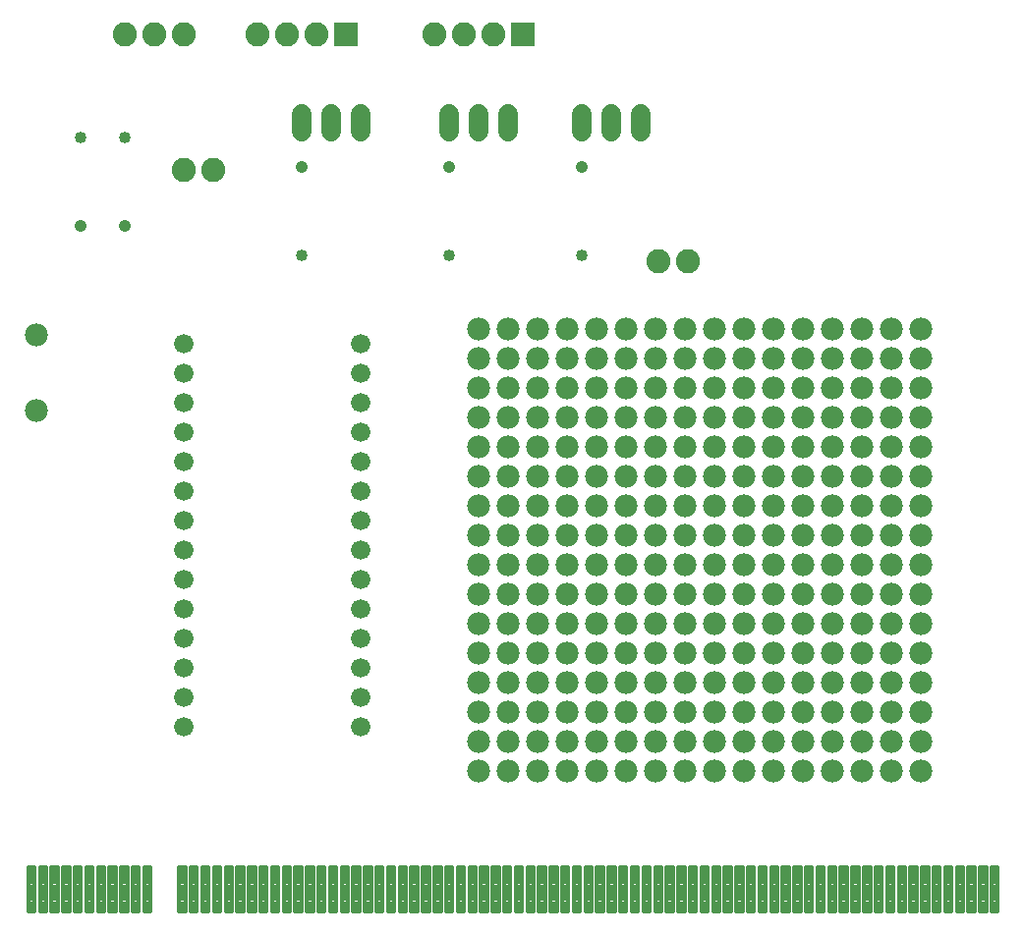
<source format=gts>
G75*
%MOIN*%
%OFA0B0*%
%FSLAX25Y25*%
%IPPOS*%
%LPD*%
%AMOC8*
5,1,8,0,0,1.08239X$1,22.5*
%
%ADD10C,0.08200*%
%ADD11R,0.08200X0.08200*%
%ADD12C,0.06800*%
%ADD13C,0.04000*%
%ADD14C,0.04123*%
%ADD15C,0.06600*%
%ADD16C,0.07800*%
%ADD17C,0.01422*%
D10*
X0252800Y0233000D03*
X0262800Y0233000D03*
X0196800Y0310000D03*
X0186800Y0310000D03*
X0176800Y0310000D03*
X0136800Y0310000D03*
X0126800Y0310000D03*
X0116800Y0310000D03*
X0091800Y0310000D03*
X0081800Y0310000D03*
X0071800Y0310000D03*
X0091800Y0264000D03*
X0101800Y0264000D03*
D11*
X0146800Y0310000D03*
X0206800Y0310000D03*
D12*
X0201800Y0283000D02*
X0201800Y0277000D01*
X0191800Y0277000D02*
X0191800Y0283000D01*
X0181800Y0283000D02*
X0181800Y0277000D01*
X0151800Y0277000D02*
X0151800Y0283000D01*
X0141800Y0283000D02*
X0141800Y0277000D01*
X0131800Y0277000D02*
X0131800Y0283000D01*
X0226800Y0283000D02*
X0226800Y0277000D01*
X0236800Y0277000D02*
X0236800Y0283000D01*
X0246800Y0283000D02*
X0246800Y0277000D01*
D13*
X0226800Y0235000D03*
X0181800Y0235000D03*
X0131800Y0235000D03*
X0071800Y0275000D03*
X0056800Y0275000D03*
D14*
X0056800Y0245000D03*
X0071800Y0245000D03*
X0131800Y0265000D03*
X0181800Y0265000D03*
X0226800Y0265000D03*
D15*
X0151800Y0205000D03*
X0151800Y0195000D03*
X0151800Y0185000D03*
X0151800Y0175000D03*
X0151800Y0165000D03*
X0151800Y0155000D03*
X0151800Y0145000D03*
X0151800Y0135000D03*
X0151800Y0125000D03*
X0151800Y0115000D03*
X0151800Y0105000D03*
X0151800Y0095000D03*
X0151800Y0085000D03*
X0151800Y0075000D03*
X0091800Y0075000D03*
X0091800Y0085000D03*
X0091800Y0095000D03*
X0091800Y0105000D03*
X0091800Y0115000D03*
X0091800Y0125000D03*
X0091800Y0135000D03*
X0091800Y0145000D03*
X0091800Y0155000D03*
X0091800Y0165000D03*
X0091800Y0175000D03*
X0091800Y0185000D03*
X0091800Y0195000D03*
X0091800Y0205000D03*
D16*
X0041800Y0207795D03*
X0041800Y0182205D03*
X0191800Y0180000D03*
X0201800Y0180000D03*
X0201800Y0170000D03*
X0191800Y0170000D03*
X0191800Y0160000D03*
X0201800Y0160000D03*
X0201800Y0150000D03*
X0191800Y0150000D03*
X0191800Y0140000D03*
X0191800Y0130000D03*
X0201800Y0130000D03*
X0201800Y0140000D03*
X0211800Y0140000D03*
X0211800Y0130000D03*
X0221800Y0130000D03*
X0221800Y0140000D03*
X0221800Y0150000D03*
X0211800Y0150000D03*
X0211800Y0160000D03*
X0221800Y0160000D03*
X0221800Y0170000D03*
X0211800Y0170000D03*
X0211800Y0180000D03*
X0221800Y0180000D03*
X0221800Y0190000D03*
X0211800Y0190000D03*
X0211800Y0200000D03*
X0221800Y0200000D03*
X0221800Y0210000D03*
X0211800Y0210000D03*
X0201800Y0210000D03*
X0191800Y0210000D03*
X0191800Y0200000D03*
X0201800Y0200000D03*
X0201800Y0190000D03*
X0191800Y0190000D03*
X0231800Y0190000D03*
X0231800Y0180000D03*
X0231800Y0170000D03*
X0231800Y0160000D03*
X0231800Y0150000D03*
X0231800Y0140000D03*
X0231800Y0130000D03*
X0231800Y0120000D03*
X0231800Y0110000D03*
X0231800Y0100000D03*
X0231800Y0090000D03*
X0231800Y0080000D03*
X0231800Y0070000D03*
X0231800Y0060000D03*
X0221800Y0060000D03*
X0211800Y0060000D03*
X0211800Y0070000D03*
X0221800Y0070000D03*
X0221800Y0080000D03*
X0211800Y0080000D03*
X0211800Y0090000D03*
X0221800Y0090000D03*
X0221800Y0100000D03*
X0211800Y0100000D03*
X0211800Y0110000D03*
X0221800Y0110000D03*
X0221800Y0120000D03*
X0211800Y0120000D03*
X0201800Y0120000D03*
X0191800Y0120000D03*
X0191800Y0110000D03*
X0201800Y0110000D03*
X0201800Y0100000D03*
X0191800Y0100000D03*
X0191800Y0090000D03*
X0201800Y0090000D03*
X0201800Y0080000D03*
X0191800Y0080000D03*
X0191800Y0070000D03*
X0201800Y0070000D03*
X0201800Y0060000D03*
X0191800Y0060000D03*
X0241800Y0060000D03*
X0251800Y0060000D03*
X0251800Y0070000D03*
X0241800Y0070000D03*
X0241800Y0080000D03*
X0251800Y0080000D03*
X0251800Y0090000D03*
X0241800Y0090000D03*
X0241800Y0100000D03*
X0251800Y0100000D03*
X0251800Y0110000D03*
X0241800Y0110000D03*
X0241800Y0120000D03*
X0251800Y0120000D03*
X0251800Y0130000D03*
X0251800Y0140000D03*
X0241800Y0140000D03*
X0241800Y0130000D03*
X0241800Y0150000D03*
X0251800Y0150000D03*
X0251800Y0160000D03*
X0241800Y0160000D03*
X0241800Y0170000D03*
X0251800Y0170000D03*
X0251800Y0180000D03*
X0241800Y0180000D03*
X0241800Y0190000D03*
X0251800Y0190000D03*
X0251800Y0200000D03*
X0241800Y0200000D03*
X0241800Y0210000D03*
X0251800Y0210000D03*
X0261800Y0210000D03*
X0271800Y0210000D03*
X0271800Y0200000D03*
X0261800Y0200000D03*
X0261800Y0190000D03*
X0271800Y0190000D03*
X0271800Y0180000D03*
X0261800Y0180000D03*
X0261800Y0170000D03*
X0271800Y0170000D03*
X0271800Y0160000D03*
X0261800Y0160000D03*
X0261800Y0150000D03*
X0271800Y0150000D03*
X0271800Y0140000D03*
X0271800Y0130000D03*
X0261800Y0130000D03*
X0261800Y0140000D03*
X0261800Y0120000D03*
X0271800Y0120000D03*
X0271800Y0110000D03*
X0261800Y0110000D03*
X0261800Y0100000D03*
X0271800Y0100000D03*
X0271800Y0090000D03*
X0261800Y0090000D03*
X0261800Y0080000D03*
X0271800Y0080000D03*
X0271800Y0070000D03*
X0261800Y0070000D03*
X0261800Y0060000D03*
X0271800Y0060000D03*
X0281800Y0060000D03*
X0281800Y0070000D03*
X0281800Y0080000D03*
X0281800Y0090000D03*
X0281800Y0100000D03*
X0281800Y0110000D03*
X0281800Y0120000D03*
X0281800Y0130000D03*
X0281800Y0140000D03*
X0281800Y0150000D03*
X0281800Y0160000D03*
X0281800Y0170000D03*
X0281800Y0180000D03*
X0281800Y0190000D03*
X0281800Y0200000D03*
X0281800Y0210000D03*
X0291800Y0210000D03*
X0301800Y0210000D03*
X0301800Y0200000D03*
X0291800Y0200000D03*
X0291800Y0190000D03*
X0301800Y0190000D03*
X0301800Y0180000D03*
X0291800Y0180000D03*
X0291800Y0170000D03*
X0301800Y0170000D03*
X0301800Y0160000D03*
X0291800Y0160000D03*
X0291800Y0150000D03*
X0301800Y0150000D03*
X0301800Y0140000D03*
X0301800Y0130000D03*
X0291800Y0130000D03*
X0291800Y0140000D03*
X0291800Y0120000D03*
X0301800Y0120000D03*
X0301800Y0110000D03*
X0291800Y0110000D03*
X0291800Y0100000D03*
X0301800Y0100000D03*
X0301800Y0090000D03*
X0291800Y0090000D03*
X0291800Y0080000D03*
X0301800Y0080000D03*
X0301800Y0070000D03*
X0291800Y0070000D03*
X0291800Y0060000D03*
X0301800Y0060000D03*
X0311800Y0060000D03*
X0321800Y0060000D03*
X0321800Y0070000D03*
X0311800Y0070000D03*
X0311800Y0080000D03*
X0321800Y0080000D03*
X0321800Y0090000D03*
X0311800Y0090000D03*
X0311800Y0100000D03*
X0321800Y0100000D03*
X0321800Y0110000D03*
X0311800Y0110000D03*
X0311800Y0120000D03*
X0321800Y0120000D03*
X0321800Y0130000D03*
X0321800Y0140000D03*
X0311800Y0140000D03*
X0311800Y0130000D03*
X0311800Y0150000D03*
X0321800Y0150000D03*
X0321800Y0160000D03*
X0311800Y0160000D03*
X0311800Y0170000D03*
X0321800Y0170000D03*
X0321800Y0180000D03*
X0311800Y0180000D03*
X0311800Y0190000D03*
X0321800Y0190000D03*
X0321800Y0200000D03*
X0311800Y0200000D03*
X0311800Y0210000D03*
X0321800Y0210000D03*
X0331800Y0210000D03*
X0331800Y0200000D03*
X0331800Y0190000D03*
X0331800Y0180000D03*
X0331800Y0170000D03*
X0331800Y0160000D03*
X0331800Y0150000D03*
X0331800Y0140000D03*
X0331800Y0130000D03*
X0331800Y0120000D03*
X0331800Y0110000D03*
X0331800Y0100000D03*
X0331800Y0090000D03*
X0331800Y0080000D03*
X0331800Y0070000D03*
X0331800Y0060000D03*
X0341800Y0060000D03*
X0341800Y0070000D03*
X0341800Y0080000D03*
X0341800Y0090000D03*
X0341800Y0100000D03*
X0341800Y0110000D03*
X0341800Y0120000D03*
X0341800Y0130000D03*
X0341800Y0140000D03*
X0341800Y0150000D03*
X0341800Y0160000D03*
X0341800Y0170000D03*
X0341800Y0180000D03*
X0341800Y0190000D03*
X0341800Y0200000D03*
X0341800Y0210000D03*
X0231800Y0210000D03*
X0231800Y0200000D03*
D17*
X0041332Y0027327D02*
X0041332Y0012201D01*
X0039198Y0012201D01*
X0039198Y0027327D01*
X0041332Y0027327D01*
X0041332Y0013622D02*
X0039198Y0013622D01*
X0039198Y0015043D02*
X0041332Y0015043D01*
X0041332Y0016464D02*
X0039198Y0016464D01*
X0039198Y0017885D02*
X0041332Y0017885D01*
X0041332Y0019306D02*
X0039198Y0019306D01*
X0039198Y0020727D02*
X0041332Y0020727D01*
X0041332Y0022148D02*
X0039198Y0022148D01*
X0039198Y0023569D02*
X0041332Y0023569D01*
X0041332Y0024990D02*
X0039198Y0024990D01*
X0039198Y0026411D02*
X0041332Y0026411D01*
X0045269Y0027327D02*
X0045269Y0012201D01*
X0043135Y0012201D01*
X0043135Y0027327D01*
X0045269Y0027327D01*
X0045269Y0013622D02*
X0043135Y0013622D01*
X0043135Y0015043D02*
X0045269Y0015043D01*
X0045269Y0016464D02*
X0043135Y0016464D01*
X0043135Y0017885D02*
X0045269Y0017885D01*
X0045269Y0019306D02*
X0043135Y0019306D01*
X0043135Y0020727D02*
X0045269Y0020727D01*
X0045269Y0022148D02*
X0043135Y0022148D01*
X0043135Y0023569D02*
X0045269Y0023569D01*
X0045269Y0024990D02*
X0043135Y0024990D01*
X0043135Y0026411D02*
X0045269Y0026411D01*
X0049206Y0027327D02*
X0049206Y0012201D01*
X0047072Y0012201D01*
X0047072Y0027327D01*
X0049206Y0027327D01*
X0049206Y0013622D02*
X0047072Y0013622D01*
X0047072Y0015043D02*
X0049206Y0015043D01*
X0049206Y0016464D02*
X0047072Y0016464D01*
X0047072Y0017885D02*
X0049206Y0017885D01*
X0049206Y0019306D02*
X0047072Y0019306D01*
X0047072Y0020727D02*
X0049206Y0020727D01*
X0049206Y0022148D02*
X0047072Y0022148D01*
X0047072Y0023569D02*
X0049206Y0023569D01*
X0049206Y0024990D02*
X0047072Y0024990D01*
X0047072Y0026411D02*
X0049206Y0026411D01*
X0053143Y0027327D02*
X0053143Y0012201D01*
X0051009Y0012201D01*
X0051009Y0027327D01*
X0053143Y0027327D01*
X0053143Y0013622D02*
X0051009Y0013622D01*
X0051009Y0015043D02*
X0053143Y0015043D01*
X0053143Y0016464D02*
X0051009Y0016464D01*
X0051009Y0017885D02*
X0053143Y0017885D01*
X0053143Y0019306D02*
X0051009Y0019306D01*
X0051009Y0020727D02*
X0053143Y0020727D01*
X0053143Y0022148D02*
X0051009Y0022148D01*
X0051009Y0023569D02*
X0053143Y0023569D01*
X0053143Y0024990D02*
X0051009Y0024990D01*
X0051009Y0026411D02*
X0053143Y0026411D01*
X0057080Y0027327D02*
X0057080Y0012201D01*
X0054946Y0012201D01*
X0054946Y0027327D01*
X0057080Y0027327D01*
X0057080Y0013622D02*
X0054946Y0013622D01*
X0054946Y0015043D02*
X0057080Y0015043D01*
X0057080Y0016464D02*
X0054946Y0016464D01*
X0054946Y0017885D02*
X0057080Y0017885D01*
X0057080Y0019306D02*
X0054946Y0019306D01*
X0054946Y0020727D02*
X0057080Y0020727D01*
X0057080Y0022148D02*
X0054946Y0022148D01*
X0054946Y0023569D02*
X0057080Y0023569D01*
X0057080Y0024990D02*
X0054946Y0024990D01*
X0054946Y0026411D02*
X0057080Y0026411D01*
X0061017Y0027327D02*
X0061017Y0012201D01*
X0058883Y0012201D01*
X0058883Y0027327D01*
X0061017Y0027327D01*
X0061017Y0013622D02*
X0058883Y0013622D01*
X0058883Y0015043D02*
X0061017Y0015043D01*
X0061017Y0016464D02*
X0058883Y0016464D01*
X0058883Y0017885D02*
X0061017Y0017885D01*
X0061017Y0019306D02*
X0058883Y0019306D01*
X0058883Y0020727D02*
X0061017Y0020727D01*
X0061017Y0022148D02*
X0058883Y0022148D01*
X0058883Y0023569D02*
X0061017Y0023569D01*
X0061017Y0024990D02*
X0058883Y0024990D01*
X0058883Y0026411D02*
X0061017Y0026411D01*
X0064954Y0027327D02*
X0064954Y0012201D01*
X0062820Y0012201D01*
X0062820Y0027327D01*
X0064954Y0027327D01*
X0064954Y0013622D02*
X0062820Y0013622D01*
X0062820Y0015043D02*
X0064954Y0015043D01*
X0064954Y0016464D02*
X0062820Y0016464D01*
X0062820Y0017885D02*
X0064954Y0017885D01*
X0064954Y0019306D02*
X0062820Y0019306D01*
X0062820Y0020727D02*
X0064954Y0020727D01*
X0064954Y0022148D02*
X0062820Y0022148D01*
X0062820Y0023569D02*
X0064954Y0023569D01*
X0064954Y0024990D02*
X0062820Y0024990D01*
X0062820Y0026411D02*
X0064954Y0026411D01*
X0068891Y0027327D02*
X0068891Y0012201D01*
X0066757Y0012201D01*
X0066757Y0027327D01*
X0068891Y0027327D01*
X0068891Y0013622D02*
X0066757Y0013622D01*
X0066757Y0015043D02*
X0068891Y0015043D01*
X0068891Y0016464D02*
X0066757Y0016464D01*
X0066757Y0017885D02*
X0068891Y0017885D01*
X0068891Y0019306D02*
X0066757Y0019306D01*
X0066757Y0020727D02*
X0068891Y0020727D01*
X0068891Y0022148D02*
X0066757Y0022148D01*
X0066757Y0023569D02*
X0068891Y0023569D01*
X0068891Y0024990D02*
X0066757Y0024990D01*
X0066757Y0026411D02*
X0068891Y0026411D01*
X0072828Y0027327D02*
X0072828Y0012201D01*
X0070694Y0012201D01*
X0070694Y0027327D01*
X0072828Y0027327D01*
X0072828Y0013622D02*
X0070694Y0013622D01*
X0070694Y0015043D02*
X0072828Y0015043D01*
X0072828Y0016464D02*
X0070694Y0016464D01*
X0070694Y0017885D02*
X0072828Y0017885D01*
X0072828Y0019306D02*
X0070694Y0019306D01*
X0070694Y0020727D02*
X0072828Y0020727D01*
X0072828Y0022148D02*
X0070694Y0022148D01*
X0070694Y0023569D02*
X0072828Y0023569D01*
X0072828Y0024990D02*
X0070694Y0024990D01*
X0070694Y0026411D02*
X0072828Y0026411D01*
X0076765Y0027327D02*
X0076765Y0012201D01*
X0074631Y0012201D01*
X0074631Y0027327D01*
X0076765Y0027327D01*
X0076765Y0013622D02*
X0074631Y0013622D01*
X0074631Y0015043D02*
X0076765Y0015043D01*
X0076765Y0016464D02*
X0074631Y0016464D01*
X0074631Y0017885D02*
X0076765Y0017885D01*
X0076765Y0019306D02*
X0074631Y0019306D01*
X0074631Y0020727D02*
X0076765Y0020727D01*
X0076765Y0022148D02*
X0074631Y0022148D01*
X0074631Y0023569D02*
X0076765Y0023569D01*
X0076765Y0024990D02*
X0074631Y0024990D01*
X0074631Y0026411D02*
X0076765Y0026411D01*
X0080702Y0027327D02*
X0080702Y0012201D01*
X0078568Y0012201D01*
X0078568Y0027327D01*
X0080702Y0027327D01*
X0080702Y0013622D02*
X0078568Y0013622D01*
X0078568Y0015043D02*
X0080702Y0015043D01*
X0080702Y0016464D02*
X0078568Y0016464D01*
X0078568Y0017885D02*
X0080702Y0017885D01*
X0080702Y0019306D02*
X0078568Y0019306D01*
X0078568Y0020727D02*
X0080702Y0020727D01*
X0080702Y0022148D02*
X0078568Y0022148D01*
X0078568Y0023569D02*
X0080702Y0023569D01*
X0080702Y0024990D02*
X0078568Y0024990D01*
X0078568Y0026411D02*
X0080702Y0026411D01*
X0092513Y0027327D02*
X0092513Y0012201D01*
X0090379Y0012201D01*
X0090379Y0027327D01*
X0092513Y0027327D01*
X0092513Y0013622D02*
X0090379Y0013622D01*
X0090379Y0015043D02*
X0092513Y0015043D01*
X0092513Y0016464D02*
X0090379Y0016464D01*
X0090379Y0017885D02*
X0092513Y0017885D01*
X0092513Y0019306D02*
X0090379Y0019306D01*
X0090379Y0020727D02*
X0092513Y0020727D01*
X0092513Y0022148D02*
X0090379Y0022148D01*
X0090379Y0023569D02*
X0092513Y0023569D01*
X0092513Y0024990D02*
X0090379Y0024990D01*
X0090379Y0026411D02*
X0092513Y0026411D01*
X0096450Y0027327D02*
X0096450Y0012201D01*
X0094316Y0012201D01*
X0094316Y0027327D01*
X0096450Y0027327D01*
X0096450Y0013622D02*
X0094316Y0013622D01*
X0094316Y0015043D02*
X0096450Y0015043D01*
X0096450Y0016464D02*
X0094316Y0016464D01*
X0094316Y0017885D02*
X0096450Y0017885D01*
X0096450Y0019306D02*
X0094316Y0019306D01*
X0094316Y0020727D02*
X0096450Y0020727D01*
X0096450Y0022148D02*
X0094316Y0022148D01*
X0094316Y0023569D02*
X0096450Y0023569D01*
X0096450Y0024990D02*
X0094316Y0024990D01*
X0094316Y0026411D02*
X0096450Y0026411D01*
X0100387Y0027327D02*
X0100387Y0012201D01*
X0098253Y0012201D01*
X0098253Y0027327D01*
X0100387Y0027327D01*
X0100387Y0013622D02*
X0098253Y0013622D01*
X0098253Y0015043D02*
X0100387Y0015043D01*
X0100387Y0016464D02*
X0098253Y0016464D01*
X0098253Y0017885D02*
X0100387Y0017885D01*
X0100387Y0019306D02*
X0098253Y0019306D01*
X0098253Y0020727D02*
X0100387Y0020727D01*
X0100387Y0022148D02*
X0098253Y0022148D01*
X0098253Y0023569D02*
X0100387Y0023569D01*
X0100387Y0024990D02*
X0098253Y0024990D01*
X0098253Y0026411D02*
X0100387Y0026411D01*
X0104324Y0027327D02*
X0104324Y0012201D01*
X0102190Y0012201D01*
X0102190Y0027327D01*
X0104324Y0027327D01*
X0104324Y0013622D02*
X0102190Y0013622D01*
X0102190Y0015043D02*
X0104324Y0015043D01*
X0104324Y0016464D02*
X0102190Y0016464D01*
X0102190Y0017885D02*
X0104324Y0017885D01*
X0104324Y0019306D02*
X0102190Y0019306D01*
X0102190Y0020727D02*
X0104324Y0020727D01*
X0104324Y0022148D02*
X0102190Y0022148D01*
X0102190Y0023569D02*
X0104324Y0023569D01*
X0104324Y0024990D02*
X0102190Y0024990D01*
X0102190Y0026411D02*
X0104324Y0026411D01*
X0108261Y0027327D02*
X0108261Y0012201D01*
X0106127Y0012201D01*
X0106127Y0027327D01*
X0108261Y0027327D01*
X0108261Y0013622D02*
X0106127Y0013622D01*
X0106127Y0015043D02*
X0108261Y0015043D01*
X0108261Y0016464D02*
X0106127Y0016464D01*
X0106127Y0017885D02*
X0108261Y0017885D01*
X0108261Y0019306D02*
X0106127Y0019306D01*
X0106127Y0020727D02*
X0108261Y0020727D01*
X0108261Y0022148D02*
X0106127Y0022148D01*
X0106127Y0023569D02*
X0108261Y0023569D01*
X0108261Y0024990D02*
X0106127Y0024990D01*
X0106127Y0026411D02*
X0108261Y0026411D01*
X0112198Y0027327D02*
X0112198Y0012201D01*
X0110064Y0012201D01*
X0110064Y0027327D01*
X0112198Y0027327D01*
X0112198Y0013622D02*
X0110064Y0013622D01*
X0110064Y0015043D02*
X0112198Y0015043D01*
X0112198Y0016464D02*
X0110064Y0016464D01*
X0110064Y0017885D02*
X0112198Y0017885D01*
X0112198Y0019306D02*
X0110064Y0019306D01*
X0110064Y0020727D02*
X0112198Y0020727D01*
X0112198Y0022148D02*
X0110064Y0022148D01*
X0110064Y0023569D02*
X0112198Y0023569D01*
X0112198Y0024990D02*
X0110064Y0024990D01*
X0110064Y0026411D02*
X0112198Y0026411D01*
X0116135Y0027327D02*
X0116135Y0012201D01*
X0114001Y0012201D01*
X0114001Y0027327D01*
X0116135Y0027327D01*
X0116135Y0013622D02*
X0114001Y0013622D01*
X0114001Y0015043D02*
X0116135Y0015043D01*
X0116135Y0016464D02*
X0114001Y0016464D01*
X0114001Y0017885D02*
X0116135Y0017885D01*
X0116135Y0019306D02*
X0114001Y0019306D01*
X0114001Y0020727D02*
X0116135Y0020727D01*
X0116135Y0022148D02*
X0114001Y0022148D01*
X0114001Y0023569D02*
X0116135Y0023569D01*
X0116135Y0024990D02*
X0114001Y0024990D01*
X0114001Y0026411D02*
X0116135Y0026411D01*
X0120072Y0027327D02*
X0120072Y0012201D01*
X0117938Y0012201D01*
X0117938Y0027327D01*
X0120072Y0027327D01*
X0120072Y0013622D02*
X0117938Y0013622D01*
X0117938Y0015043D02*
X0120072Y0015043D01*
X0120072Y0016464D02*
X0117938Y0016464D01*
X0117938Y0017885D02*
X0120072Y0017885D01*
X0120072Y0019306D02*
X0117938Y0019306D01*
X0117938Y0020727D02*
X0120072Y0020727D01*
X0120072Y0022148D02*
X0117938Y0022148D01*
X0117938Y0023569D02*
X0120072Y0023569D01*
X0120072Y0024990D02*
X0117938Y0024990D01*
X0117938Y0026411D02*
X0120072Y0026411D01*
X0124009Y0027327D02*
X0124009Y0012201D01*
X0121875Y0012201D01*
X0121875Y0027327D01*
X0124009Y0027327D01*
X0124009Y0013622D02*
X0121875Y0013622D01*
X0121875Y0015043D02*
X0124009Y0015043D01*
X0124009Y0016464D02*
X0121875Y0016464D01*
X0121875Y0017885D02*
X0124009Y0017885D01*
X0124009Y0019306D02*
X0121875Y0019306D01*
X0121875Y0020727D02*
X0124009Y0020727D01*
X0124009Y0022148D02*
X0121875Y0022148D01*
X0121875Y0023569D02*
X0124009Y0023569D01*
X0124009Y0024990D02*
X0121875Y0024990D01*
X0121875Y0026411D02*
X0124009Y0026411D01*
X0127946Y0027327D02*
X0127946Y0012201D01*
X0125812Y0012201D01*
X0125812Y0027327D01*
X0127946Y0027327D01*
X0127946Y0013622D02*
X0125812Y0013622D01*
X0125812Y0015043D02*
X0127946Y0015043D01*
X0127946Y0016464D02*
X0125812Y0016464D01*
X0125812Y0017885D02*
X0127946Y0017885D01*
X0127946Y0019306D02*
X0125812Y0019306D01*
X0125812Y0020727D02*
X0127946Y0020727D01*
X0127946Y0022148D02*
X0125812Y0022148D01*
X0125812Y0023569D02*
X0127946Y0023569D01*
X0127946Y0024990D02*
X0125812Y0024990D01*
X0125812Y0026411D02*
X0127946Y0026411D01*
X0131883Y0027327D02*
X0131883Y0012201D01*
X0129749Y0012201D01*
X0129749Y0027327D01*
X0131883Y0027327D01*
X0131883Y0013622D02*
X0129749Y0013622D01*
X0129749Y0015043D02*
X0131883Y0015043D01*
X0131883Y0016464D02*
X0129749Y0016464D01*
X0129749Y0017885D02*
X0131883Y0017885D01*
X0131883Y0019306D02*
X0129749Y0019306D01*
X0129749Y0020727D02*
X0131883Y0020727D01*
X0131883Y0022148D02*
X0129749Y0022148D01*
X0129749Y0023569D02*
X0131883Y0023569D01*
X0131883Y0024990D02*
X0129749Y0024990D01*
X0129749Y0026411D02*
X0131883Y0026411D01*
X0135820Y0027327D02*
X0135820Y0012201D01*
X0133686Y0012201D01*
X0133686Y0027327D01*
X0135820Y0027327D01*
X0135820Y0013622D02*
X0133686Y0013622D01*
X0133686Y0015043D02*
X0135820Y0015043D01*
X0135820Y0016464D02*
X0133686Y0016464D01*
X0133686Y0017885D02*
X0135820Y0017885D01*
X0135820Y0019306D02*
X0133686Y0019306D01*
X0133686Y0020727D02*
X0135820Y0020727D01*
X0135820Y0022148D02*
X0133686Y0022148D01*
X0133686Y0023569D02*
X0135820Y0023569D01*
X0135820Y0024990D02*
X0133686Y0024990D01*
X0133686Y0026411D02*
X0135820Y0026411D01*
X0139757Y0027327D02*
X0139757Y0012201D01*
X0137623Y0012201D01*
X0137623Y0027327D01*
X0139757Y0027327D01*
X0139757Y0013622D02*
X0137623Y0013622D01*
X0137623Y0015043D02*
X0139757Y0015043D01*
X0139757Y0016464D02*
X0137623Y0016464D01*
X0137623Y0017885D02*
X0139757Y0017885D01*
X0139757Y0019306D02*
X0137623Y0019306D01*
X0137623Y0020727D02*
X0139757Y0020727D01*
X0139757Y0022148D02*
X0137623Y0022148D01*
X0137623Y0023569D02*
X0139757Y0023569D01*
X0139757Y0024990D02*
X0137623Y0024990D01*
X0137623Y0026411D02*
X0139757Y0026411D01*
X0143694Y0027327D02*
X0143694Y0012201D01*
X0141560Y0012201D01*
X0141560Y0027327D01*
X0143694Y0027327D01*
X0143694Y0013622D02*
X0141560Y0013622D01*
X0141560Y0015043D02*
X0143694Y0015043D01*
X0143694Y0016464D02*
X0141560Y0016464D01*
X0141560Y0017885D02*
X0143694Y0017885D01*
X0143694Y0019306D02*
X0141560Y0019306D01*
X0141560Y0020727D02*
X0143694Y0020727D01*
X0143694Y0022148D02*
X0141560Y0022148D01*
X0141560Y0023569D02*
X0143694Y0023569D01*
X0143694Y0024990D02*
X0141560Y0024990D01*
X0141560Y0026411D02*
X0143694Y0026411D01*
X0147631Y0027327D02*
X0147631Y0012201D01*
X0145497Y0012201D01*
X0145497Y0027327D01*
X0147631Y0027327D01*
X0147631Y0013622D02*
X0145497Y0013622D01*
X0145497Y0015043D02*
X0147631Y0015043D01*
X0147631Y0016464D02*
X0145497Y0016464D01*
X0145497Y0017885D02*
X0147631Y0017885D01*
X0147631Y0019306D02*
X0145497Y0019306D01*
X0145497Y0020727D02*
X0147631Y0020727D01*
X0147631Y0022148D02*
X0145497Y0022148D01*
X0145497Y0023569D02*
X0147631Y0023569D01*
X0147631Y0024990D02*
X0145497Y0024990D01*
X0145497Y0026411D02*
X0147631Y0026411D01*
X0151568Y0027327D02*
X0151568Y0012201D01*
X0149434Y0012201D01*
X0149434Y0027327D01*
X0151568Y0027327D01*
X0151568Y0013622D02*
X0149434Y0013622D01*
X0149434Y0015043D02*
X0151568Y0015043D01*
X0151568Y0016464D02*
X0149434Y0016464D01*
X0149434Y0017885D02*
X0151568Y0017885D01*
X0151568Y0019306D02*
X0149434Y0019306D01*
X0149434Y0020727D02*
X0151568Y0020727D01*
X0151568Y0022148D02*
X0149434Y0022148D01*
X0149434Y0023569D02*
X0151568Y0023569D01*
X0151568Y0024990D02*
X0149434Y0024990D01*
X0149434Y0026411D02*
X0151568Y0026411D01*
X0155505Y0027327D02*
X0155505Y0012201D01*
X0153371Y0012201D01*
X0153371Y0027327D01*
X0155505Y0027327D01*
X0155505Y0013622D02*
X0153371Y0013622D01*
X0153371Y0015043D02*
X0155505Y0015043D01*
X0155505Y0016464D02*
X0153371Y0016464D01*
X0153371Y0017885D02*
X0155505Y0017885D01*
X0155505Y0019306D02*
X0153371Y0019306D01*
X0153371Y0020727D02*
X0155505Y0020727D01*
X0155505Y0022148D02*
X0153371Y0022148D01*
X0153371Y0023569D02*
X0155505Y0023569D01*
X0155505Y0024990D02*
X0153371Y0024990D01*
X0153371Y0026411D02*
X0155505Y0026411D01*
X0159442Y0027327D02*
X0159442Y0012201D01*
X0157308Y0012201D01*
X0157308Y0027327D01*
X0159442Y0027327D01*
X0159442Y0013622D02*
X0157308Y0013622D01*
X0157308Y0015043D02*
X0159442Y0015043D01*
X0159442Y0016464D02*
X0157308Y0016464D01*
X0157308Y0017885D02*
X0159442Y0017885D01*
X0159442Y0019306D02*
X0157308Y0019306D01*
X0157308Y0020727D02*
X0159442Y0020727D01*
X0159442Y0022148D02*
X0157308Y0022148D01*
X0157308Y0023569D02*
X0159442Y0023569D01*
X0159442Y0024990D02*
X0157308Y0024990D01*
X0157308Y0026411D02*
X0159442Y0026411D01*
X0163379Y0027327D02*
X0163379Y0012201D01*
X0161245Y0012201D01*
X0161245Y0027327D01*
X0163379Y0027327D01*
X0163379Y0013622D02*
X0161245Y0013622D01*
X0161245Y0015043D02*
X0163379Y0015043D01*
X0163379Y0016464D02*
X0161245Y0016464D01*
X0161245Y0017885D02*
X0163379Y0017885D01*
X0163379Y0019306D02*
X0161245Y0019306D01*
X0161245Y0020727D02*
X0163379Y0020727D01*
X0163379Y0022148D02*
X0161245Y0022148D01*
X0161245Y0023569D02*
X0163379Y0023569D01*
X0163379Y0024990D02*
X0161245Y0024990D01*
X0161245Y0026411D02*
X0163379Y0026411D01*
X0167316Y0027327D02*
X0167316Y0012201D01*
X0165182Y0012201D01*
X0165182Y0027327D01*
X0167316Y0027327D01*
X0167316Y0013622D02*
X0165182Y0013622D01*
X0165182Y0015043D02*
X0167316Y0015043D01*
X0167316Y0016464D02*
X0165182Y0016464D01*
X0165182Y0017885D02*
X0167316Y0017885D01*
X0167316Y0019306D02*
X0165182Y0019306D01*
X0165182Y0020727D02*
X0167316Y0020727D01*
X0167316Y0022148D02*
X0165182Y0022148D01*
X0165182Y0023569D02*
X0167316Y0023569D01*
X0167316Y0024990D02*
X0165182Y0024990D01*
X0165182Y0026411D02*
X0167316Y0026411D01*
X0171253Y0027327D02*
X0171253Y0012201D01*
X0169119Y0012201D01*
X0169119Y0027327D01*
X0171253Y0027327D01*
X0171253Y0013622D02*
X0169119Y0013622D01*
X0169119Y0015043D02*
X0171253Y0015043D01*
X0171253Y0016464D02*
X0169119Y0016464D01*
X0169119Y0017885D02*
X0171253Y0017885D01*
X0171253Y0019306D02*
X0169119Y0019306D01*
X0169119Y0020727D02*
X0171253Y0020727D01*
X0171253Y0022148D02*
X0169119Y0022148D01*
X0169119Y0023569D02*
X0171253Y0023569D01*
X0171253Y0024990D02*
X0169119Y0024990D01*
X0169119Y0026411D02*
X0171253Y0026411D01*
X0175190Y0027327D02*
X0175190Y0012201D01*
X0173056Y0012201D01*
X0173056Y0027327D01*
X0175190Y0027327D01*
X0175190Y0013622D02*
X0173056Y0013622D01*
X0173056Y0015043D02*
X0175190Y0015043D01*
X0175190Y0016464D02*
X0173056Y0016464D01*
X0173056Y0017885D02*
X0175190Y0017885D01*
X0175190Y0019306D02*
X0173056Y0019306D01*
X0173056Y0020727D02*
X0175190Y0020727D01*
X0175190Y0022148D02*
X0173056Y0022148D01*
X0173056Y0023569D02*
X0175190Y0023569D01*
X0175190Y0024990D02*
X0173056Y0024990D01*
X0173056Y0026411D02*
X0175190Y0026411D01*
X0179127Y0027327D02*
X0179127Y0012201D01*
X0176993Y0012201D01*
X0176993Y0027327D01*
X0179127Y0027327D01*
X0179127Y0013622D02*
X0176993Y0013622D01*
X0176993Y0015043D02*
X0179127Y0015043D01*
X0179127Y0016464D02*
X0176993Y0016464D01*
X0176993Y0017885D02*
X0179127Y0017885D01*
X0179127Y0019306D02*
X0176993Y0019306D01*
X0176993Y0020727D02*
X0179127Y0020727D01*
X0179127Y0022148D02*
X0176993Y0022148D01*
X0176993Y0023569D02*
X0179127Y0023569D01*
X0179127Y0024990D02*
X0176993Y0024990D01*
X0176993Y0026411D02*
X0179127Y0026411D01*
X0183064Y0027327D02*
X0183064Y0012201D01*
X0180930Y0012201D01*
X0180930Y0027327D01*
X0183064Y0027327D01*
X0183064Y0013622D02*
X0180930Y0013622D01*
X0180930Y0015043D02*
X0183064Y0015043D01*
X0183064Y0016464D02*
X0180930Y0016464D01*
X0180930Y0017885D02*
X0183064Y0017885D01*
X0183064Y0019306D02*
X0180930Y0019306D01*
X0180930Y0020727D02*
X0183064Y0020727D01*
X0183064Y0022148D02*
X0180930Y0022148D01*
X0180930Y0023569D02*
X0183064Y0023569D01*
X0183064Y0024990D02*
X0180930Y0024990D01*
X0180930Y0026411D02*
X0183064Y0026411D01*
X0187001Y0027327D02*
X0187001Y0012201D01*
X0184867Y0012201D01*
X0184867Y0027327D01*
X0187001Y0027327D01*
X0187001Y0013622D02*
X0184867Y0013622D01*
X0184867Y0015043D02*
X0187001Y0015043D01*
X0187001Y0016464D02*
X0184867Y0016464D01*
X0184867Y0017885D02*
X0187001Y0017885D01*
X0187001Y0019306D02*
X0184867Y0019306D01*
X0184867Y0020727D02*
X0187001Y0020727D01*
X0187001Y0022148D02*
X0184867Y0022148D01*
X0184867Y0023569D02*
X0187001Y0023569D01*
X0187001Y0024990D02*
X0184867Y0024990D01*
X0184867Y0026411D02*
X0187001Y0026411D01*
X0190938Y0027327D02*
X0190938Y0012201D01*
X0188804Y0012201D01*
X0188804Y0027327D01*
X0190938Y0027327D01*
X0190938Y0013622D02*
X0188804Y0013622D01*
X0188804Y0015043D02*
X0190938Y0015043D01*
X0190938Y0016464D02*
X0188804Y0016464D01*
X0188804Y0017885D02*
X0190938Y0017885D01*
X0190938Y0019306D02*
X0188804Y0019306D01*
X0188804Y0020727D02*
X0190938Y0020727D01*
X0190938Y0022148D02*
X0188804Y0022148D01*
X0188804Y0023569D02*
X0190938Y0023569D01*
X0190938Y0024990D02*
X0188804Y0024990D01*
X0188804Y0026411D02*
X0190938Y0026411D01*
X0194875Y0027327D02*
X0194875Y0012201D01*
X0192741Y0012201D01*
X0192741Y0027327D01*
X0194875Y0027327D01*
X0194875Y0013622D02*
X0192741Y0013622D01*
X0192741Y0015043D02*
X0194875Y0015043D01*
X0194875Y0016464D02*
X0192741Y0016464D01*
X0192741Y0017885D02*
X0194875Y0017885D01*
X0194875Y0019306D02*
X0192741Y0019306D01*
X0192741Y0020727D02*
X0194875Y0020727D01*
X0194875Y0022148D02*
X0192741Y0022148D01*
X0192741Y0023569D02*
X0194875Y0023569D01*
X0194875Y0024990D02*
X0192741Y0024990D01*
X0192741Y0026411D02*
X0194875Y0026411D01*
X0198812Y0027327D02*
X0198812Y0012201D01*
X0196678Y0012201D01*
X0196678Y0027327D01*
X0198812Y0027327D01*
X0198812Y0013622D02*
X0196678Y0013622D01*
X0196678Y0015043D02*
X0198812Y0015043D01*
X0198812Y0016464D02*
X0196678Y0016464D01*
X0196678Y0017885D02*
X0198812Y0017885D01*
X0198812Y0019306D02*
X0196678Y0019306D01*
X0196678Y0020727D02*
X0198812Y0020727D01*
X0198812Y0022148D02*
X0196678Y0022148D01*
X0196678Y0023569D02*
X0198812Y0023569D01*
X0198812Y0024990D02*
X0196678Y0024990D01*
X0196678Y0026411D02*
X0198812Y0026411D01*
X0202749Y0027327D02*
X0202749Y0012201D01*
X0200615Y0012201D01*
X0200615Y0027327D01*
X0202749Y0027327D01*
X0202749Y0013622D02*
X0200615Y0013622D01*
X0200615Y0015043D02*
X0202749Y0015043D01*
X0202749Y0016464D02*
X0200615Y0016464D01*
X0200615Y0017885D02*
X0202749Y0017885D01*
X0202749Y0019306D02*
X0200615Y0019306D01*
X0200615Y0020727D02*
X0202749Y0020727D01*
X0202749Y0022148D02*
X0200615Y0022148D01*
X0200615Y0023569D02*
X0202749Y0023569D01*
X0202749Y0024990D02*
X0200615Y0024990D01*
X0200615Y0026411D02*
X0202749Y0026411D01*
X0206686Y0027327D02*
X0206686Y0012201D01*
X0204552Y0012201D01*
X0204552Y0027327D01*
X0206686Y0027327D01*
X0206686Y0013622D02*
X0204552Y0013622D01*
X0204552Y0015043D02*
X0206686Y0015043D01*
X0206686Y0016464D02*
X0204552Y0016464D01*
X0204552Y0017885D02*
X0206686Y0017885D01*
X0206686Y0019306D02*
X0204552Y0019306D01*
X0204552Y0020727D02*
X0206686Y0020727D01*
X0206686Y0022148D02*
X0204552Y0022148D01*
X0204552Y0023569D02*
X0206686Y0023569D01*
X0206686Y0024990D02*
X0204552Y0024990D01*
X0204552Y0026411D02*
X0206686Y0026411D01*
X0210623Y0027327D02*
X0210623Y0012201D01*
X0208489Y0012201D01*
X0208489Y0027327D01*
X0210623Y0027327D01*
X0210623Y0013622D02*
X0208489Y0013622D01*
X0208489Y0015043D02*
X0210623Y0015043D01*
X0210623Y0016464D02*
X0208489Y0016464D01*
X0208489Y0017885D02*
X0210623Y0017885D01*
X0210623Y0019306D02*
X0208489Y0019306D01*
X0208489Y0020727D02*
X0210623Y0020727D01*
X0210623Y0022148D02*
X0208489Y0022148D01*
X0208489Y0023569D02*
X0210623Y0023569D01*
X0210623Y0024990D02*
X0208489Y0024990D01*
X0208489Y0026411D02*
X0210623Y0026411D01*
X0214560Y0027327D02*
X0214560Y0012201D01*
X0212426Y0012201D01*
X0212426Y0027327D01*
X0214560Y0027327D01*
X0214560Y0013622D02*
X0212426Y0013622D01*
X0212426Y0015043D02*
X0214560Y0015043D01*
X0214560Y0016464D02*
X0212426Y0016464D01*
X0212426Y0017885D02*
X0214560Y0017885D01*
X0214560Y0019306D02*
X0212426Y0019306D01*
X0212426Y0020727D02*
X0214560Y0020727D01*
X0214560Y0022148D02*
X0212426Y0022148D01*
X0212426Y0023569D02*
X0214560Y0023569D01*
X0214560Y0024990D02*
X0212426Y0024990D01*
X0212426Y0026411D02*
X0214560Y0026411D01*
X0218497Y0027327D02*
X0218497Y0012201D01*
X0216363Y0012201D01*
X0216363Y0027327D01*
X0218497Y0027327D01*
X0218497Y0013622D02*
X0216363Y0013622D01*
X0216363Y0015043D02*
X0218497Y0015043D01*
X0218497Y0016464D02*
X0216363Y0016464D01*
X0216363Y0017885D02*
X0218497Y0017885D01*
X0218497Y0019306D02*
X0216363Y0019306D01*
X0216363Y0020727D02*
X0218497Y0020727D01*
X0218497Y0022148D02*
X0216363Y0022148D01*
X0216363Y0023569D02*
X0218497Y0023569D01*
X0218497Y0024990D02*
X0216363Y0024990D01*
X0216363Y0026411D02*
X0218497Y0026411D01*
X0222434Y0027327D02*
X0222434Y0012201D01*
X0220300Y0012201D01*
X0220300Y0027327D01*
X0222434Y0027327D01*
X0222434Y0013622D02*
X0220300Y0013622D01*
X0220300Y0015043D02*
X0222434Y0015043D01*
X0222434Y0016464D02*
X0220300Y0016464D01*
X0220300Y0017885D02*
X0222434Y0017885D01*
X0222434Y0019306D02*
X0220300Y0019306D01*
X0220300Y0020727D02*
X0222434Y0020727D01*
X0222434Y0022148D02*
X0220300Y0022148D01*
X0220300Y0023569D02*
X0222434Y0023569D01*
X0222434Y0024990D02*
X0220300Y0024990D01*
X0220300Y0026411D02*
X0222434Y0026411D01*
X0226371Y0027327D02*
X0226371Y0012201D01*
X0224237Y0012201D01*
X0224237Y0027327D01*
X0226371Y0027327D01*
X0226371Y0013622D02*
X0224237Y0013622D01*
X0224237Y0015043D02*
X0226371Y0015043D01*
X0226371Y0016464D02*
X0224237Y0016464D01*
X0224237Y0017885D02*
X0226371Y0017885D01*
X0226371Y0019306D02*
X0224237Y0019306D01*
X0224237Y0020727D02*
X0226371Y0020727D01*
X0226371Y0022148D02*
X0224237Y0022148D01*
X0224237Y0023569D02*
X0226371Y0023569D01*
X0226371Y0024990D02*
X0224237Y0024990D01*
X0224237Y0026411D02*
X0226371Y0026411D01*
X0230308Y0027327D02*
X0230308Y0012201D01*
X0228174Y0012201D01*
X0228174Y0027327D01*
X0230308Y0027327D01*
X0230308Y0013622D02*
X0228174Y0013622D01*
X0228174Y0015043D02*
X0230308Y0015043D01*
X0230308Y0016464D02*
X0228174Y0016464D01*
X0228174Y0017885D02*
X0230308Y0017885D01*
X0230308Y0019306D02*
X0228174Y0019306D01*
X0228174Y0020727D02*
X0230308Y0020727D01*
X0230308Y0022148D02*
X0228174Y0022148D01*
X0228174Y0023569D02*
X0230308Y0023569D01*
X0230308Y0024990D02*
X0228174Y0024990D01*
X0228174Y0026411D02*
X0230308Y0026411D01*
X0234245Y0027327D02*
X0234245Y0012201D01*
X0232111Y0012201D01*
X0232111Y0027327D01*
X0234245Y0027327D01*
X0234245Y0013622D02*
X0232111Y0013622D01*
X0232111Y0015043D02*
X0234245Y0015043D01*
X0234245Y0016464D02*
X0232111Y0016464D01*
X0232111Y0017885D02*
X0234245Y0017885D01*
X0234245Y0019306D02*
X0232111Y0019306D01*
X0232111Y0020727D02*
X0234245Y0020727D01*
X0234245Y0022148D02*
X0232111Y0022148D01*
X0232111Y0023569D02*
X0234245Y0023569D01*
X0234245Y0024990D02*
X0232111Y0024990D01*
X0232111Y0026411D02*
X0234245Y0026411D01*
X0238182Y0027327D02*
X0238182Y0012201D01*
X0236048Y0012201D01*
X0236048Y0027327D01*
X0238182Y0027327D01*
X0238182Y0013622D02*
X0236048Y0013622D01*
X0236048Y0015043D02*
X0238182Y0015043D01*
X0238182Y0016464D02*
X0236048Y0016464D01*
X0236048Y0017885D02*
X0238182Y0017885D01*
X0238182Y0019306D02*
X0236048Y0019306D01*
X0236048Y0020727D02*
X0238182Y0020727D01*
X0238182Y0022148D02*
X0236048Y0022148D01*
X0236048Y0023569D02*
X0238182Y0023569D01*
X0238182Y0024990D02*
X0236048Y0024990D01*
X0236048Y0026411D02*
X0238182Y0026411D01*
X0242119Y0027327D02*
X0242119Y0012201D01*
X0239985Y0012201D01*
X0239985Y0027327D01*
X0242119Y0027327D01*
X0242119Y0013622D02*
X0239985Y0013622D01*
X0239985Y0015043D02*
X0242119Y0015043D01*
X0242119Y0016464D02*
X0239985Y0016464D01*
X0239985Y0017885D02*
X0242119Y0017885D01*
X0242119Y0019306D02*
X0239985Y0019306D01*
X0239985Y0020727D02*
X0242119Y0020727D01*
X0242119Y0022148D02*
X0239985Y0022148D01*
X0239985Y0023569D02*
X0242119Y0023569D01*
X0242119Y0024990D02*
X0239985Y0024990D01*
X0239985Y0026411D02*
X0242119Y0026411D01*
X0246056Y0027327D02*
X0246056Y0012201D01*
X0243922Y0012201D01*
X0243922Y0027327D01*
X0246056Y0027327D01*
X0246056Y0013622D02*
X0243922Y0013622D01*
X0243922Y0015043D02*
X0246056Y0015043D01*
X0246056Y0016464D02*
X0243922Y0016464D01*
X0243922Y0017885D02*
X0246056Y0017885D01*
X0246056Y0019306D02*
X0243922Y0019306D01*
X0243922Y0020727D02*
X0246056Y0020727D01*
X0246056Y0022148D02*
X0243922Y0022148D01*
X0243922Y0023569D02*
X0246056Y0023569D01*
X0246056Y0024990D02*
X0243922Y0024990D01*
X0243922Y0026411D02*
X0246056Y0026411D01*
X0249993Y0027327D02*
X0249993Y0012201D01*
X0247859Y0012201D01*
X0247859Y0027327D01*
X0249993Y0027327D01*
X0249993Y0013622D02*
X0247859Y0013622D01*
X0247859Y0015043D02*
X0249993Y0015043D01*
X0249993Y0016464D02*
X0247859Y0016464D01*
X0247859Y0017885D02*
X0249993Y0017885D01*
X0249993Y0019306D02*
X0247859Y0019306D01*
X0247859Y0020727D02*
X0249993Y0020727D01*
X0249993Y0022148D02*
X0247859Y0022148D01*
X0247859Y0023569D02*
X0249993Y0023569D01*
X0249993Y0024990D02*
X0247859Y0024990D01*
X0247859Y0026411D02*
X0249993Y0026411D01*
X0253930Y0027327D02*
X0253930Y0012201D01*
X0251796Y0012201D01*
X0251796Y0027327D01*
X0253930Y0027327D01*
X0253930Y0013622D02*
X0251796Y0013622D01*
X0251796Y0015043D02*
X0253930Y0015043D01*
X0253930Y0016464D02*
X0251796Y0016464D01*
X0251796Y0017885D02*
X0253930Y0017885D01*
X0253930Y0019306D02*
X0251796Y0019306D01*
X0251796Y0020727D02*
X0253930Y0020727D01*
X0253930Y0022148D02*
X0251796Y0022148D01*
X0251796Y0023569D02*
X0253930Y0023569D01*
X0253930Y0024990D02*
X0251796Y0024990D01*
X0251796Y0026411D02*
X0253930Y0026411D01*
X0257867Y0027327D02*
X0257867Y0012201D01*
X0255733Y0012201D01*
X0255733Y0027327D01*
X0257867Y0027327D01*
X0257867Y0013622D02*
X0255733Y0013622D01*
X0255733Y0015043D02*
X0257867Y0015043D01*
X0257867Y0016464D02*
X0255733Y0016464D01*
X0255733Y0017885D02*
X0257867Y0017885D01*
X0257867Y0019306D02*
X0255733Y0019306D01*
X0255733Y0020727D02*
X0257867Y0020727D01*
X0257867Y0022148D02*
X0255733Y0022148D01*
X0255733Y0023569D02*
X0257867Y0023569D01*
X0257867Y0024990D02*
X0255733Y0024990D01*
X0255733Y0026411D02*
X0257867Y0026411D01*
X0261804Y0027327D02*
X0261804Y0012201D01*
X0259670Y0012201D01*
X0259670Y0027327D01*
X0261804Y0027327D01*
X0261804Y0013622D02*
X0259670Y0013622D01*
X0259670Y0015043D02*
X0261804Y0015043D01*
X0261804Y0016464D02*
X0259670Y0016464D01*
X0259670Y0017885D02*
X0261804Y0017885D01*
X0261804Y0019306D02*
X0259670Y0019306D01*
X0259670Y0020727D02*
X0261804Y0020727D01*
X0261804Y0022148D02*
X0259670Y0022148D01*
X0259670Y0023569D02*
X0261804Y0023569D01*
X0261804Y0024990D02*
X0259670Y0024990D01*
X0259670Y0026411D02*
X0261804Y0026411D01*
X0265741Y0027327D02*
X0265741Y0012201D01*
X0263607Y0012201D01*
X0263607Y0027327D01*
X0265741Y0027327D01*
X0265741Y0013622D02*
X0263607Y0013622D01*
X0263607Y0015043D02*
X0265741Y0015043D01*
X0265741Y0016464D02*
X0263607Y0016464D01*
X0263607Y0017885D02*
X0265741Y0017885D01*
X0265741Y0019306D02*
X0263607Y0019306D01*
X0263607Y0020727D02*
X0265741Y0020727D01*
X0265741Y0022148D02*
X0263607Y0022148D01*
X0263607Y0023569D02*
X0265741Y0023569D01*
X0265741Y0024990D02*
X0263607Y0024990D01*
X0263607Y0026411D02*
X0265741Y0026411D01*
X0269678Y0027327D02*
X0269678Y0012201D01*
X0267544Y0012201D01*
X0267544Y0027327D01*
X0269678Y0027327D01*
X0269678Y0013622D02*
X0267544Y0013622D01*
X0267544Y0015043D02*
X0269678Y0015043D01*
X0269678Y0016464D02*
X0267544Y0016464D01*
X0267544Y0017885D02*
X0269678Y0017885D01*
X0269678Y0019306D02*
X0267544Y0019306D01*
X0267544Y0020727D02*
X0269678Y0020727D01*
X0269678Y0022148D02*
X0267544Y0022148D01*
X0267544Y0023569D02*
X0269678Y0023569D01*
X0269678Y0024990D02*
X0267544Y0024990D01*
X0267544Y0026411D02*
X0269678Y0026411D01*
X0273615Y0027327D02*
X0273615Y0012201D01*
X0271481Y0012201D01*
X0271481Y0027327D01*
X0273615Y0027327D01*
X0273615Y0013622D02*
X0271481Y0013622D01*
X0271481Y0015043D02*
X0273615Y0015043D01*
X0273615Y0016464D02*
X0271481Y0016464D01*
X0271481Y0017885D02*
X0273615Y0017885D01*
X0273615Y0019306D02*
X0271481Y0019306D01*
X0271481Y0020727D02*
X0273615Y0020727D01*
X0273615Y0022148D02*
X0271481Y0022148D01*
X0271481Y0023569D02*
X0273615Y0023569D01*
X0273615Y0024990D02*
X0271481Y0024990D01*
X0271481Y0026411D02*
X0273615Y0026411D01*
X0277552Y0027327D02*
X0277552Y0012201D01*
X0275418Y0012201D01*
X0275418Y0027327D01*
X0277552Y0027327D01*
X0277552Y0013622D02*
X0275418Y0013622D01*
X0275418Y0015043D02*
X0277552Y0015043D01*
X0277552Y0016464D02*
X0275418Y0016464D01*
X0275418Y0017885D02*
X0277552Y0017885D01*
X0277552Y0019306D02*
X0275418Y0019306D01*
X0275418Y0020727D02*
X0277552Y0020727D01*
X0277552Y0022148D02*
X0275418Y0022148D01*
X0275418Y0023569D02*
X0277552Y0023569D01*
X0277552Y0024990D02*
X0275418Y0024990D01*
X0275418Y0026411D02*
X0277552Y0026411D01*
X0281489Y0027327D02*
X0281489Y0012201D01*
X0279355Y0012201D01*
X0279355Y0027327D01*
X0281489Y0027327D01*
X0281489Y0013622D02*
X0279355Y0013622D01*
X0279355Y0015043D02*
X0281489Y0015043D01*
X0281489Y0016464D02*
X0279355Y0016464D01*
X0279355Y0017885D02*
X0281489Y0017885D01*
X0281489Y0019306D02*
X0279355Y0019306D01*
X0279355Y0020727D02*
X0281489Y0020727D01*
X0281489Y0022148D02*
X0279355Y0022148D01*
X0279355Y0023569D02*
X0281489Y0023569D01*
X0281489Y0024990D02*
X0279355Y0024990D01*
X0279355Y0026411D02*
X0281489Y0026411D01*
X0285426Y0027327D02*
X0285426Y0012201D01*
X0283292Y0012201D01*
X0283292Y0027327D01*
X0285426Y0027327D01*
X0285426Y0013622D02*
X0283292Y0013622D01*
X0283292Y0015043D02*
X0285426Y0015043D01*
X0285426Y0016464D02*
X0283292Y0016464D01*
X0283292Y0017885D02*
X0285426Y0017885D01*
X0285426Y0019306D02*
X0283292Y0019306D01*
X0283292Y0020727D02*
X0285426Y0020727D01*
X0285426Y0022148D02*
X0283292Y0022148D01*
X0283292Y0023569D02*
X0285426Y0023569D01*
X0285426Y0024990D02*
X0283292Y0024990D01*
X0283292Y0026411D02*
X0285426Y0026411D01*
X0289363Y0027327D02*
X0289363Y0012201D01*
X0287229Y0012201D01*
X0287229Y0027327D01*
X0289363Y0027327D01*
X0289363Y0013622D02*
X0287229Y0013622D01*
X0287229Y0015043D02*
X0289363Y0015043D01*
X0289363Y0016464D02*
X0287229Y0016464D01*
X0287229Y0017885D02*
X0289363Y0017885D01*
X0289363Y0019306D02*
X0287229Y0019306D01*
X0287229Y0020727D02*
X0289363Y0020727D01*
X0289363Y0022148D02*
X0287229Y0022148D01*
X0287229Y0023569D02*
X0289363Y0023569D01*
X0289363Y0024990D02*
X0287229Y0024990D01*
X0287229Y0026411D02*
X0289363Y0026411D01*
X0293300Y0027327D02*
X0293300Y0012201D01*
X0291166Y0012201D01*
X0291166Y0027327D01*
X0293300Y0027327D01*
X0293300Y0013622D02*
X0291166Y0013622D01*
X0291166Y0015043D02*
X0293300Y0015043D01*
X0293300Y0016464D02*
X0291166Y0016464D01*
X0291166Y0017885D02*
X0293300Y0017885D01*
X0293300Y0019306D02*
X0291166Y0019306D01*
X0291166Y0020727D02*
X0293300Y0020727D01*
X0293300Y0022148D02*
X0291166Y0022148D01*
X0291166Y0023569D02*
X0293300Y0023569D01*
X0293300Y0024990D02*
X0291166Y0024990D01*
X0291166Y0026411D02*
X0293300Y0026411D01*
X0297237Y0027327D02*
X0297237Y0012201D01*
X0295103Y0012201D01*
X0295103Y0027327D01*
X0297237Y0027327D01*
X0297237Y0013622D02*
X0295103Y0013622D01*
X0295103Y0015043D02*
X0297237Y0015043D01*
X0297237Y0016464D02*
X0295103Y0016464D01*
X0295103Y0017885D02*
X0297237Y0017885D01*
X0297237Y0019306D02*
X0295103Y0019306D01*
X0295103Y0020727D02*
X0297237Y0020727D01*
X0297237Y0022148D02*
X0295103Y0022148D01*
X0295103Y0023569D02*
X0297237Y0023569D01*
X0297237Y0024990D02*
X0295103Y0024990D01*
X0295103Y0026411D02*
X0297237Y0026411D01*
X0301174Y0027327D02*
X0301174Y0012201D01*
X0299040Y0012201D01*
X0299040Y0027327D01*
X0301174Y0027327D01*
X0301174Y0013622D02*
X0299040Y0013622D01*
X0299040Y0015043D02*
X0301174Y0015043D01*
X0301174Y0016464D02*
X0299040Y0016464D01*
X0299040Y0017885D02*
X0301174Y0017885D01*
X0301174Y0019306D02*
X0299040Y0019306D01*
X0299040Y0020727D02*
X0301174Y0020727D01*
X0301174Y0022148D02*
X0299040Y0022148D01*
X0299040Y0023569D02*
X0301174Y0023569D01*
X0301174Y0024990D02*
X0299040Y0024990D01*
X0299040Y0026411D02*
X0301174Y0026411D01*
X0305111Y0027327D02*
X0305111Y0012201D01*
X0302977Y0012201D01*
X0302977Y0027327D01*
X0305111Y0027327D01*
X0305111Y0013622D02*
X0302977Y0013622D01*
X0302977Y0015043D02*
X0305111Y0015043D01*
X0305111Y0016464D02*
X0302977Y0016464D01*
X0302977Y0017885D02*
X0305111Y0017885D01*
X0305111Y0019306D02*
X0302977Y0019306D01*
X0302977Y0020727D02*
X0305111Y0020727D01*
X0305111Y0022148D02*
X0302977Y0022148D01*
X0302977Y0023569D02*
X0305111Y0023569D01*
X0305111Y0024990D02*
X0302977Y0024990D01*
X0302977Y0026411D02*
X0305111Y0026411D01*
X0309048Y0027327D02*
X0309048Y0012201D01*
X0306914Y0012201D01*
X0306914Y0027327D01*
X0309048Y0027327D01*
X0309048Y0013622D02*
X0306914Y0013622D01*
X0306914Y0015043D02*
X0309048Y0015043D01*
X0309048Y0016464D02*
X0306914Y0016464D01*
X0306914Y0017885D02*
X0309048Y0017885D01*
X0309048Y0019306D02*
X0306914Y0019306D01*
X0306914Y0020727D02*
X0309048Y0020727D01*
X0309048Y0022148D02*
X0306914Y0022148D01*
X0306914Y0023569D02*
X0309048Y0023569D01*
X0309048Y0024990D02*
X0306914Y0024990D01*
X0306914Y0026411D02*
X0309048Y0026411D01*
X0312985Y0027327D02*
X0312985Y0012201D01*
X0310851Y0012201D01*
X0310851Y0027327D01*
X0312985Y0027327D01*
X0312985Y0013622D02*
X0310851Y0013622D01*
X0310851Y0015043D02*
X0312985Y0015043D01*
X0312985Y0016464D02*
X0310851Y0016464D01*
X0310851Y0017885D02*
X0312985Y0017885D01*
X0312985Y0019306D02*
X0310851Y0019306D01*
X0310851Y0020727D02*
X0312985Y0020727D01*
X0312985Y0022148D02*
X0310851Y0022148D01*
X0310851Y0023569D02*
X0312985Y0023569D01*
X0312985Y0024990D02*
X0310851Y0024990D01*
X0310851Y0026411D02*
X0312985Y0026411D01*
X0316922Y0027327D02*
X0316922Y0012201D01*
X0314788Y0012201D01*
X0314788Y0027327D01*
X0316922Y0027327D01*
X0316922Y0013622D02*
X0314788Y0013622D01*
X0314788Y0015043D02*
X0316922Y0015043D01*
X0316922Y0016464D02*
X0314788Y0016464D01*
X0314788Y0017885D02*
X0316922Y0017885D01*
X0316922Y0019306D02*
X0314788Y0019306D01*
X0314788Y0020727D02*
X0316922Y0020727D01*
X0316922Y0022148D02*
X0314788Y0022148D01*
X0314788Y0023569D02*
X0316922Y0023569D01*
X0316922Y0024990D02*
X0314788Y0024990D01*
X0314788Y0026411D02*
X0316922Y0026411D01*
X0320859Y0027327D02*
X0320859Y0012201D01*
X0318725Y0012201D01*
X0318725Y0027327D01*
X0320859Y0027327D01*
X0320859Y0013622D02*
X0318725Y0013622D01*
X0318725Y0015043D02*
X0320859Y0015043D01*
X0320859Y0016464D02*
X0318725Y0016464D01*
X0318725Y0017885D02*
X0320859Y0017885D01*
X0320859Y0019306D02*
X0318725Y0019306D01*
X0318725Y0020727D02*
X0320859Y0020727D01*
X0320859Y0022148D02*
X0318725Y0022148D01*
X0318725Y0023569D02*
X0320859Y0023569D01*
X0320859Y0024990D02*
X0318725Y0024990D01*
X0318725Y0026411D02*
X0320859Y0026411D01*
X0324796Y0027327D02*
X0324796Y0012201D01*
X0322662Y0012201D01*
X0322662Y0027327D01*
X0324796Y0027327D01*
X0324796Y0013622D02*
X0322662Y0013622D01*
X0322662Y0015043D02*
X0324796Y0015043D01*
X0324796Y0016464D02*
X0322662Y0016464D01*
X0322662Y0017885D02*
X0324796Y0017885D01*
X0324796Y0019306D02*
X0322662Y0019306D01*
X0322662Y0020727D02*
X0324796Y0020727D01*
X0324796Y0022148D02*
X0322662Y0022148D01*
X0322662Y0023569D02*
X0324796Y0023569D01*
X0324796Y0024990D02*
X0322662Y0024990D01*
X0322662Y0026411D02*
X0324796Y0026411D01*
X0328733Y0027327D02*
X0328733Y0012201D01*
X0326599Y0012201D01*
X0326599Y0027327D01*
X0328733Y0027327D01*
X0328733Y0013622D02*
X0326599Y0013622D01*
X0326599Y0015043D02*
X0328733Y0015043D01*
X0328733Y0016464D02*
X0326599Y0016464D01*
X0326599Y0017885D02*
X0328733Y0017885D01*
X0328733Y0019306D02*
X0326599Y0019306D01*
X0326599Y0020727D02*
X0328733Y0020727D01*
X0328733Y0022148D02*
X0326599Y0022148D01*
X0326599Y0023569D02*
X0328733Y0023569D01*
X0328733Y0024990D02*
X0326599Y0024990D01*
X0326599Y0026411D02*
X0328733Y0026411D01*
X0332670Y0027327D02*
X0332670Y0012201D01*
X0330536Y0012201D01*
X0330536Y0027327D01*
X0332670Y0027327D01*
X0332670Y0013622D02*
X0330536Y0013622D01*
X0330536Y0015043D02*
X0332670Y0015043D01*
X0332670Y0016464D02*
X0330536Y0016464D01*
X0330536Y0017885D02*
X0332670Y0017885D01*
X0332670Y0019306D02*
X0330536Y0019306D01*
X0330536Y0020727D02*
X0332670Y0020727D01*
X0332670Y0022148D02*
X0330536Y0022148D01*
X0330536Y0023569D02*
X0332670Y0023569D01*
X0332670Y0024990D02*
X0330536Y0024990D01*
X0330536Y0026411D02*
X0332670Y0026411D01*
X0336607Y0027327D02*
X0336607Y0012201D01*
X0334473Y0012201D01*
X0334473Y0027327D01*
X0336607Y0027327D01*
X0336607Y0013622D02*
X0334473Y0013622D01*
X0334473Y0015043D02*
X0336607Y0015043D01*
X0336607Y0016464D02*
X0334473Y0016464D01*
X0334473Y0017885D02*
X0336607Y0017885D01*
X0336607Y0019306D02*
X0334473Y0019306D01*
X0334473Y0020727D02*
X0336607Y0020727D01*
X0336607Y0022148D02*
X0334473Y0022148D01*
X0334473Y0023569D02*
X0336607Y0023569D01*
X0336607Y0024990D02*
X0334473Y0024990D01*
X0334473Y0026411D02*
X0336607Y0026411D01*
X0340544Y0027327D02*
X0340544Y0012201D01*
X0338410Y0012201D01*
X0338410Y0027327D01*
X0340544Y0027327D01*
X0340544Y0013622D02*
X0338410Y0013622D01*
X0338410Y0015043D02*
X0340544Y0015043D01*
X0340544Y0016464D02*
X0338410Y0016464D01*
X0338410Y0017885D02*
X0340544Y0017885D01*
X0340544Y0019306D02*
X0338410Y0019306D01*
X0338410Y0020727D02*
X0340544Y0020727D01*
X0340544Y0022148D02*
X0338410Y0022148D01*
X0338410Y0023569D02*
X0340544Y0023569D01*
X0340544Y0024990D02*
X0338410Y0024990D01*
X0338410Y0026411D02*
X0340544Y0026411D01*
X0344481Y0027327D02*
X0344481Y0012201D01*
X0342347Y0012201D01*
X0342347Y0027327D01*
X0344481Y0027327D01*
X0344481Y0013622D02*
X0342347Y0013622D01*
X0342347Y0015043D02*
X0344481Y0015043D01*
X0344481Y0016464D02*
X0342347Y0016464D01*
X0342347Y0017885D02*
X0344481Y0017885D01*
X0344481Y0019306D02*
X0342347Y0019306D01*
X0342347Y0020727D02*
X0344481Y0020727D01*
X0344481Y0022148D02*
X0342347Y0022148D01*
X0342347Y0023569D02*
X0344481Y0023569D01*
X0344481Y0024990D02*
X0342347Y0024990D01*
X0342347Y0026411D02*
X0344481Y0026411D01*
X0348418Y0027327D02*
X0348418Y0012201D01*
X0346284Y0012201D01*
X0346284Y0027327D01*
X0348418Y0027327D01*
X0348418Y0013622D02*
X0346284Y0013622D01*
X0346284Y0015043D02*
X0348418Y0015043D01*
X0348418Y0016464D02*
X0346284Y0016464D01*
X0346284Y0017885D02*
X0348418Y0017885D01*
X0348418Y0019306D02*
X0346284Y0019306D01*
X0346284Y0020727D02*
X0348418Y0020727D01*
X0348418Y0022148D02*
X0346284Y0022148D01*
X0346284Y0023569D02*
X0348418Y0023569D01*
X0348418Y0024990D02*
X0346284Y0024990D01*
X0346284Y0026411D02*
X0348418Y0026411D01*
X0352355Y0027327D02*
X0352355Y0012201D01*
X0350221Y0012201D01*
X0350221Y0027327D01*
X0352355Y0027327D01*
X0352355Y0013622D02*
X0350221Y0013622D01*
X0350221Y0015043D02*
X0352355Y0015043D01*
X0352355Y0016464D02*
X0350221Y0016464D01*
X0350221Y0017885D02*
X0352355Y0017885D01*
X0352355Y0019306D02*
X0350221Y0019306D01*
X0350221Y0020727D02*
X0352355Y0020727D01*
X0352355Y0022148D02*
X0350221Y0022148D01*
X0350221Y0023569D02*
X0352355Y0023569D01*
X0352355Y0024990D02*
X0350221Y0024990D01*
X0350221Y0026411D02*
X0352355Y0026411D01*
X0356292Y0027327D02*
X0356292Y0012201D01*
X0354158Y0012201D01*
X0354158Y0027327D01*
X0356292Y0027327D01*
X0356292Y0013622D02*
X0354158Y0013622D01*
X0354158Y0015043D02*
X0356292Y0015043D01*
X0356292Y0016464D02*
X0354158Y0016464D01*
X0354158Y0017885D02*
X0356292Y0017885D01*
X0356292Y0019306D02*
X0354158Y0019306D01*
X0354158Y0020727D02*
X0356292Y0020727D01*
X0356292Y0022148D02*
X0354158Y0022148D01*
X0354158Y0023569D02*
X0356292Y0023569D01*
X0356292Y0024990D02*
X0354158Y0024990D01*
X0354158Y0026411D02*
X0356292Y0026411D01*
X0360229Y0027327D02*
X0360229Y0012201D01*
X0358095Y0012201D01*
X0358095Y0027327D01*
X0360229Y0027327D01*
X0360229Y0013622D02*
X0358095Y0013622D01*
X0358095Y0015043D02*
X0360229Y0015043D01*
X0360229Y0016464D02*
X0358095Y0016464D01*
X0358095Y0017885D02*
X0360229Y0017885D01*
X0360229Y0019306D02*
X0358095Y0019306D01*
X0358095Y0020727D02*
X0360229Y0020727D01*
X0360229Y0022148D02*
X0358095Y0022148D01*
X0358095Y0023569D02*
X0360229Y0023569D01*
X0360229Y0024990D02*
X0358095Y0024990D01*
X0358095Y0026411D02*
X0360229Y0026411D01*
X0364166Y0027327D02*
X0364166Y0012201D01*
X0362032Y0012201D01*
X0362032Y0027327D01*
X0364166Y0027327D01*
X0364166Y0013622D02*
X0362032Y0013622D01*
X0362032Y0015043D02*
X0364166Y0015043D01*
X0364166Y0016464D02*
X0362032Y0016464D01*
X0362032Y0017885D02*
X0364166Y0017885D01*
X0364166Y0019306D02*
X0362032Y0019306D01*
X0362032Y0020727D02*
X0364166Y0020727D01*
X0364166Y0022148D02*
X0362032Y0022148D01*
X0362032Y0023569D02*
X0364166Y0023569D01*
X0364166Y0024990D02*
X0362032Y0024990D01*
X0362032Y0026411D02*
X0364166Y0026411D01*
X0368103Y0027327D02*
X0368103Y0012201D01*
X0365969Y0012201D01*
X0365969Y0027327D01*
X0368103Y0027327D01*
X0368103Y0013622D02*
X0365969Y0013622D01*
X0365969Y0015043D02*
X0368103Y0015043D01*
X0368103Y0016464D02*
X0365969Y0016464D01*
X0365969Y0017885D02*
X0368103Y0017885D01*
X0368103Y0019306D02*
X0365969Y0019306D01*
X0365969Y0020727D02*
X0368103Y0020727D01*
X0368103Y0022148D02*
X0365969Y0022148D01*
X0365969Y0023569D02*
X0368103Y0023569D01*
X0368103Y0024990D02*
X0365969Y0024990D01*
X0365969Y0026411D02*
X0368103Y0026411D01*
M02*

</source>
